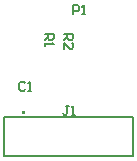
<source format=gto>
G04*
G04 #@! TF.GenerationSoftware,Altium Limited,Altium Designer,24.1.2 (44)*
G04*
G04 Layer_Color=65535*
%FSLAX25Y25*%
%MOIN*%
G70*
G04*
G04 #@! TF.SameCoordinates,65BFF3FE-7942-4149-9377-A7B4CFA7E9D2*
G04*
G04*
G04 #@! TF.FilePolarity,Positive*
G04*
G01*
G75*
%ADD10C,0.00500*%
%ADD11C,0.00800*%
G36*
X123386Y416555D02*
X124567D01*
X124567Y417736D01*
X123386D01*
Y416555D01*
D02*
G37*
D10*
X117476Y402555D02*
Y415555D01*
X160476Y402555D02*
Y415555D01*
X117476Y402555D02*
X160476Y402555D01*
X117476Y415555D02*
X160476Y415555D01*
D11*
X139000Y419499D02*
X138000D01*
X138500D01*
Y417000D01*
X138000Y416501D01*
X137501D01*
X137001Y417000D01*
X140000Y416501D02*
X140999D01*
X140499D01*
Y419499D01*
X140000Y419000D01*
X124500Y427000D02*
X124000Y427499D01*
X123001D01*
X122501Y427000D01*
Y425000D01*
X123001Y424501D01*
X124000D01*
X124500Y425000D01*
X125500Y424501D02*
X126499D01*
X125999D01*
Y427499D01*
X125500Y427000D01*
X140501Y450000D02*
Y452999D01*
X142000D01*
X142500Y452500D01*
Y451500D01*
X142000Y451000D01*
X140501D01*
X143500Y450000D02*
X144499D01*
X144000D01*
Y452999D01*
X143500Y452500D01*
X137501Y443499D02*
X140499D01*
Y442000D01*
X140000Y441500D01*
X139000D01*
X138500Y442000D01*
Y443499D01*
Y442499D02*
X137501Y441500D01*
Y438501D02*
Y440500D01*
X139500Y438501D01*
X140000D01*
X140499Y439001D01*
Y440000D01*
X140000Y440500D01*
X131000Y443499D02*
X134000D01*
Y442000D01*
X133500Y441500D01*
X132500D01*
X132000Y442000D01*
Y443499D01*
Y442500D02*
X131000Y441500D01*
Y440500D02*
Y439501D01*
Y440000D01*
X134000D01*
X133500Y440500D01*
M02*

</source>
